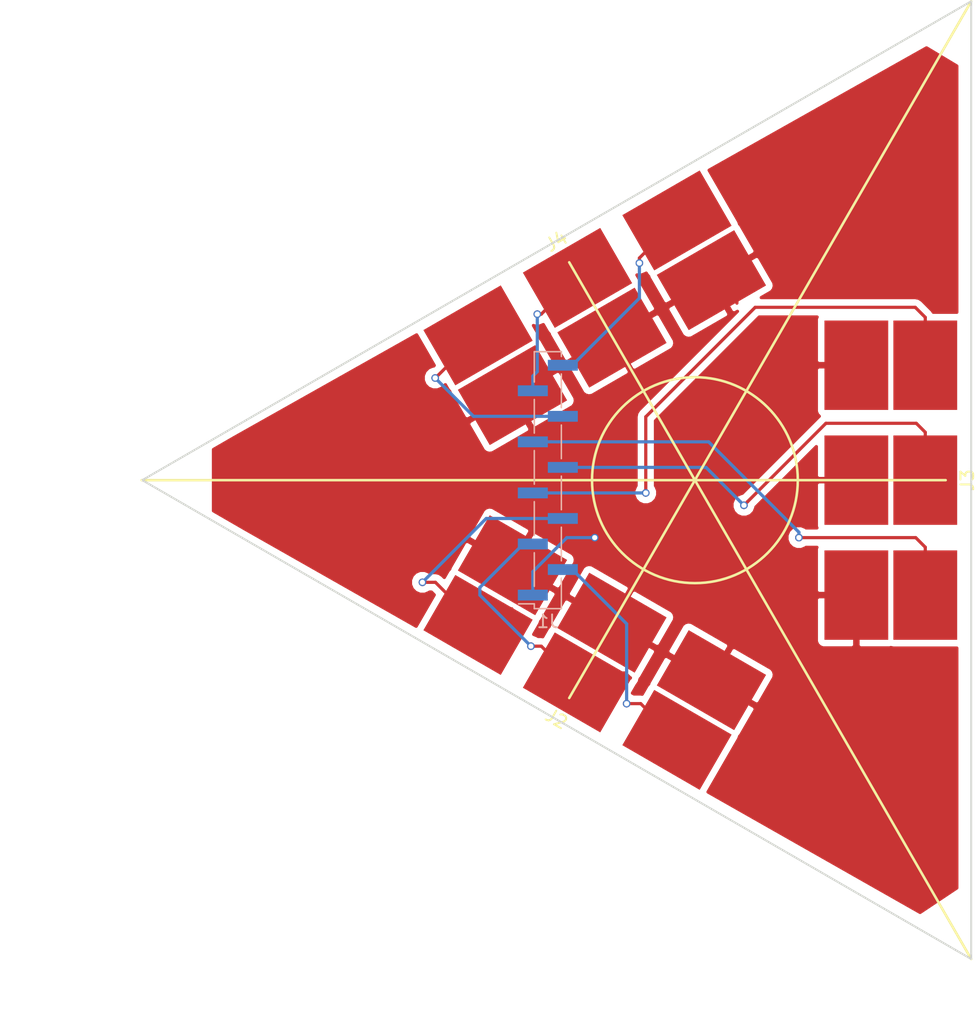
<source format=kicad_pcb>
(kicad_pcb (version 4) (host pcbnew 4.0.7-e2-6376~58~ubuntu14.04.1)

  (general
    (links 18)
    (no_connects 11)
    (area 44.973093 63.756536 127.243464 141.243464)
    (thickness 1.6)
    (drawings 14)
    (tracks 69)
    (zones 0)
    (modules 4)
    (nets 11)
  )

  (page A4)
  (layers
    (0 F.Cu signal)
    (31 B.Cu signal)
    (32 B.Adhes user)
    (33 F.Adhes user)
    (34 B.Paste user)
    (35 F.Paste user)
    (36 B.SilkS user)
    (37 F.SilkS user)
    (38 B.Mask user)
    (39 F.Mask user)
    (40 Dwgs.User user)
    (41 Cmts.User user)
    (42 Eco1.User user)
    (43 Eco2.User user)
    (44 Edge.Cuts user)
    (45 Margin user)
    (46 B.CrtYd user)
    (47 F.CrtYd user)
    (48 B.Fab user)
    (49 F.Fab user)
  )

  (setup
    (last_trace_width 0.25)
    (trace_clearance 0.2)
    (zone_clearance 0.508)
    (zone_45_only no)
    (trace_min 0.2)
    (segment_width 0.2)
    (edge_width 0.15)
    (via_size 0.6)
    (via_drill 0.4)
    (via_min_size 0.4)
    (via_min_drill 0.3)
    (uvia_size 0.3)
    (uvia_drill 0.1)
    (uvias_allowed no)
    (uvia_min_size 0.2)
    (uvia_min_drill 0.1)
    (pcb_text_width 0.3)
    (pcb_text_size 1.5 1.5)
    (mod_edge_width 0.15)
    (mod_text_size 1 1)
    (mod_text_width 0.15)
    (pad_size 5 10)
    (pad_drill 0)
    (pad_to_mask_clearance 0.2)
    (aux_axis_origin 0 0)
    (visible_elements FFFFFF7F)
    (pcbplotparams
      (layerselection 0x3ffff_80000001)
      (usegerberextensions false)
      (excludeedgelayer true)
      (linewidth 0.100000)
      (plotframeref false)
      (viasonmask false)
      (mode 1)
      (useauxorigin false)
      (hpglpennumber 1)
      (hpglpenspeed 20)
      (hpglpendiameter 15)
      (hpglpenoverlay 2)
      (psnegative false)
      (psa4output false)
      (plotreference true)
      (plotvalue true)
      (plotinvisibletext false)
      (padsonsilk false)
      (subtractmaskfromsilk false)
      (outputformat 1)
      (mirror false)
      (drillshape 0)
      (scaleselection 1)
      (outputdirectory gerber/))
  )

  (net 0 "")
  (net 1 "Net-(J1-Pad1)")
  (net 2 "Net-(J1-Pad2)")
  (net 3 "Net-(J1-Pad3)")
  (net 4 "Net-(J1-Pad4)")
  (net 5 "Net-(J1-Pad5)")
  (net 6 "Net-(J1-Pad6)")
  (net 7 "Net-(J1-Pad7)")
  (net 8 "Net-(J1-Pad8)")
  (net 9 "Net-(J1-Pad9)")
  (net 10 "Net-(J1-Pad10)")

  (net_class Default "This is the default net class."
    (clearance 0.2)
    (trace_width 0.25)
    (via_dia 0.6)
    (via_drill 0.4)
    (uvia_dia 0.3)
    (uvia_drill 0.1)
    (add_net "Net-(J1-Pad1)")
    (add_net "Net-(J1-Pad10)")
    (add_net "Net-(J1-Pad2)")
    (add_net "Net-(J1-Pad3)")
    (add_net "Net-(J1-Pad4)")
    (add_net "Net-(J1-Pad5)")
    (add_net "Net-(J1-Pad6)")
    (add_net "Net-(J1-Pad7)")
    (add_net "Net-(J1-Pad8)")
    (add_net "Net-(J1-Pad9)")
  )

  (module Pin_Headers:Pin_Header_Straight_1x10_Pitch2.00mm_SMD_Pin1Left (layer B.Cu) (tedit 59650533) (tstamp 5A85A3B3)
    (at 76.825 102.5)
    (descr "surface-mounted straight pin header, 1x10, 2.00mm pitch, single row, style 1 (pin 1 left)")
    (tags "Surface mounted pin header SMD 1x10 2.00mm single row style1 pin1 left")
    (path /5A8599AE)
    (attr smd)
    (fp_text reference J1 (at 0 11.06) (layer B.SilkS)
      (effects (font (size 1 1) (thickness 0.15)) (justify mirror))
    )
    (fp_text value Conn_02x05_Counter_Clockwise (at 0 -11.06) (layer B.Fab)
      (effects (font (size 1 1) (thickness 0.15)) (justify mirror))
    )
    (fp_line (start 1 -10) (end -1 -10) (layer B.Fab) (width 0.1))
    (fp_line (start -0.25 10) (end 1 10) (layer B.Fab) (width 0.1))
    (fp_line (start -1 -10) (end -1 9.25) (layer B.Fab) (width 0.1))
    (fp_line (start -1 9.25) (end -0.25 10) (layer B.Fab) (width 0.1))
    (fp_line (start 1 10) (end 1 -10) (layer B.Fab) (width 0.1))
    (fp_line (start -1 9.25) (end -2.1 9.25) (layer B.Fab) (width 0.1))
    (fp_line (start -2.1 9.25) (end -2.1 8.75) (layer B.Fab) (width 0.1))
    (fp_line (start -2.1 8.75) (end -1 8.75) (layer B.Fab) (width 0.1))
    (fp_line (start -1 5.25) (end -2.1 5.25) (layer B.Fab) (width 0.1))
    (fp_line (start -2.1 5.25) (end -2.1 4.75) (layer B.Fab) (width 0.1))
    (fp_line (start -2.1 4.75) (end -1 4.75) (layer B.Fab) (width 0.1))
    (fp_line (start -1 1.25) (end -2.1 1.25) (layer B.Fab) (width 0.1))
    (fp_line (start -2.1 1.25) (end -2.1 0.75) (layer B.Fab) (width 0.1))
    (fp_line (start -2.1 0.75) (end -1 0.75) (layer B.Fab) (width 0.1))
    (fp_line (start -1 -2.75) (end -2.1 -2.75) (layer B.Fab) (width 0.1))
    (fp_line (start -2.1 -2.75) (end -2.1 -3.25) (layer B.Fab) (width 0.1))
    (fp_line (start -2.1 -3.25) (end -1 -3.25) (layer B.Fab) (width 0.1))
    (fp_line (start -1 -6.75) (end -2.1 -6.75) (layer B.Fab) (width 0.1))
    (fp_line (start -2.1 -6.75) (end -2.1 -7.25) (layer B.Fab) (width 0.1))
    (fp_line (start -2.1 -7.25) (end -1 -7.25) (layer B.Fab) (width 0.1))
    (fp_line (start 1 7.25) (end 2.1 7.25) (layer B.Fab) (width 0.1))
    (fp_line (start 2.1 7.25) (end 2.1 6.75) (layer B.Fab) (width 0.1))
    (fp_line (start 2.1 6.75) (end 1 6.75) (layer B.Fab) (width 0.1))
    (fp_line (start 1 3.25) (end 2.1 3.25) (layer B.Fab) (width 0.1))
    (fp_line (start 2.1 3.25) (end 2.1 2.75) (layer B.Fab) (width 0.1))
    (fp_line (start 2.1 2.75) (end 1 2.75) (layer B.Fab) (width 0.1))
    (fp_line (start 1 -0.75) (end 2.1 -0.75) (layer B.Fab) (width 0.1))
    (fp_line (start 2.1 -0.75) (end 2.1 -1.25) (layer B.Fab) (width 0.1))
    (fp_line (start 2.1 -1.25) (end 1 -1.25) (layer B.Fab) (width 0.1))
    (fp_line (start 1 -4.75) (end 2.1 -4.75) (layer B.Fab) (width 0.1))
    (fp_line (start 2.1 -4.75) (end 2.1 -5.25) (layer B.Fab) (width 0.1))
    (fp_line (start 2.1 -5.25) (end 1 -5.25) (layer B.Fab) (width 0.1))
    (fp_line (start 1 -8.75) (end 2.1 -8.75) (layer B.Fab) (width 0.1))
    (fp_line (start 2.1 -8.75) (end 2.1 -9.25) (layer B.Fab) (width 0.1))
    (fp_line (start 2.1 -9.25) (end 1 -9.25) (layer B.Fab) (width 0.1))
    (fp_line (start -1.06 10.06) (end 1.06 10.06) (layer B.SilkS) (width 0.12))
    (fp_line (start -1.06 -10.06) (end 1.06 -10.06) (layer B.SilkS) (width 0.12))
    (fp_line (start 1.06 10.06) (end 1.06 7.685) (layer B.SilkS) (width 0.12))
    (fp_line (start -1.06 9.685) (end -2.29 9.685) (layer B.SilkS) (width 0.12))
    (fp_line (start -1.06 10.06) (end -1.06 9.685) (layer B.SilkS) (width 0.12))
    (fp_line (start 1.06 -9.685) (end 1.06 -10.06) (layer B.SilkS) (width 0.12))
    (fp_line (start 1.06 6.315) (end 1.06 3.685) (layer B.SilkS) (width 0.12))
    (fp_line (start 1.06 2.315) (end 1.06 -0.315) (layer B.SilkS) (width 0.12))
    (fp_line (start 1.06 -1.685) (end 1.06 -4.315) (layer B.SilkS) (width 0.12))
    (fp_line (start 1.06 -5.685) (end 1.06 -8.315) (layer B.SilkS) (width 0.12))
    (fp_line (start -1.06 8.315) (end -1.06 5.685) (layer B.SilkS) (width 0.12))
    (fp_line (start -1.06 4.315) (end -1.06 1.685) (layer B.SilkS) (width 0.12))
    (fp_line (start -1.06 0.315) (end -1.06 -2.315) (layer B.SilkS) (width 0.12))
    (fp_line (start -1.06 -3.685) (end -1.06 -6.315) (layer B.SilkS) (width 0.12))
    (fp_line (start -1.06 -7.685) (end -1.06 -10.06) (layer B.SilkS) (width 0.12))
    (fp_line (start -2.85 10.5) (end -2.85 -10.5) (layer B.CrtYd) (width 0.05))
    (fp_line (start -2.85 -10.5) (end 2.85 -10.5) (layer B.CrtYd) (width 0.05))
    (fp_line (start 2.85 -10.5) (end 2.85 10.5) (layer B.CrtYd) (width 0.05))
    (fp_line (start 2.85 10.5) (end -2.85 10.5) (layer B.CrtYd) (width 0.05))
    (fp_text user %R (at 0 0 270) (layer B.Fab)
      (effects (font (size 1 1) (thickness 0.15)) (justify mirror))
    )
    (pad 1 smd rect (at -1.175 9) (size 2.35 0.85) (layers B.Cu B.Paste B.Mask)
      (net 1 "Net-(J1-Pad1)"))
    (pad 3 smd rect (at -1.175 5) (size 2.35 0.85) (layers B.Cu B.Paste B.Mask)
      (net 3 "Net-(J1-Pad3)"))
    (pad 5 smd rect (at -1.175 1) (size 2.35 0.85) (layers B.Cu B.Paste B.Mask)
      (net 5 "Net-(J1-Pad5)"))
    (pad 7 smd rect (at -1.175 -3) (size 2.35 0.85) (layers B.Cu B.Paste B.Mask)
      (net 7 "Net-(J1-Pad7)"))
    (pad 9 smd rect (at -1.175 -7) (size 2.35 0.85) (layers B.Cu B.Paste B.Mask)
      (net 9 "Net-(J1-Pad9)"))
    (pad 2 smd rect (at 1.175 7) (size 2.35 0.85) (layers B.Cu B.Paste B.Mask)
      (net 2 "Net-(J1-Pad2)"))
    (pad 4 smd rect (at 1.175 3) (size 2.35 0.85) (layers B.Cu B.Paste B.Mask)
      (net 4 "Net-(J1-Pad4)"))
    (pad 6 smd rect (at 1.175 -1) (size 2.35 0.85) (layers B.Cu B.Paste B.Mask)
      (net 6 "Net-(J1-Pad6)"))
    (pad 8 smd rect (at 1.175 -5) (size 2.35 0.85) (layers B.Cu B.Paste B.Mask)
      (net 8 "Net-(J1-Pad8)"))
    (pad 10 smd rect (at 1.175 -9) (size 2.35 0.85) (layers B.Cu B.Paste B.Mask)
      (net 10 "Net-(J1-Pad10)"))
    (model ${KISYS3DMOD}/Pin_Headers.3dshapes/Pin_Header_Straight_1x10_Pitch2.00mm_SMD_Pin1Left.wrl
      (at (xyz 0 0 0))
      (scale (xyz 1 1 1))
      (rotate (xyz 0 0 0))
    )
  )

  (module virus:detector_pad_6 (layer F.Cu) (tedit 5A86A488) (tstamp 5A86A9C9)
    (at 80.5 89 30)
    (path /5A86ADC5)
    (attr smd)
    (fp_text reference J4 (at 0 -6 30) (layer F.SilkS)
      (effects (font (size 1 1) (thickness 0.15)))
    )
    (fp_text value Conn_01x06 (at 0 6 30) (layer F.Fab)
      (effects (font (size 1 1) (thickness 0.15)))
    )
    (pad 1 smd rect (at -9 -2.7 30) (size 7 5) (layers F.Cu F.Paste F.Mask)
      (net 8 "Net-(J1-Pad8)"))
    (pad 2 smd rect (at -9 2.7 30) (size 7 5) (layers F.Cu F.Paste F.Mask)
      (net 1 "Net-(J1-Pad1)"))
    (pad 3 smd rect (at 0 -2.7 30) (size 7 5) (layers F.Cu F.Paste F.Mask)
      (net 9 "Net-(J1-Pad9)"))
    (pad 4 smd rect (at 0 2.7 30) (size 7 5) (layers F.Cu F.Paste F.Mask)
      (net 1 "Net-(J1-Pad1)"))
    (pad 5 smd rect (at 9 -2.7 30) (size 7 5) (layers F.Cu F.Paste F.Mask)
      (net 10 "Net-(J1-Pad10)"))
    (pad 6 smd rect (at 9 2.7 30) (size 7 5) (layers F.Cu F.Paste F.Mask)
      (net 1 "Net-(J1-Pad1)"))
    (model SMD_Packages.3dshapes/Fuse_SMD.wrl
      (at (xyz 0 0 0))
      (scale (xyz 0.4 0.4 0.4))
      (rotate (xyz 0 0 90))
    )
  )

  (module virus:detector_pad_6 (layer F.Cu) (tedit 5A86A488) (tstamp 5A86A9C0)
    (at 103.7 102.5 270)
    (path /5A86AD7C)
    (attr smd)
    (fp_text reference J3 (at 0 -6 270) (layer F.SilkS)
      (effects (font (size 1 1) (thickness 0.15)))
    )
    (fp_text value Conn_01x06 (at 0 6 270) (layer F.Fab)
      (effects (font (size 1 1) (thickness 0.15)))
    )
    (pad 1 smd rect (at -9 -2.7 270) (size 7 5) (layers F.Cu F.Paste F.Mask)
      (net 5 "Net-(J1-Pad5)"))
    (pad 2 smd rect (at -9 2.7 270) (size 7 5) (layers F.Cu F.Paste F.Mask)
      (net 1 "Net-(J1-Pad1)"))
    (pad 3 smd rect (at 0 -2.7 270) (size 7 5) (layers F.Cu F.Paste F.Mask)
      (net 6 "Net-(J1-Pad6)"))
    (pad 4 smd rect (at 0 2.7 270) (size 7 5) (layers F.Cu F.Paste F.Mask)
      (net 1 "Net-(J1-Pad1)"))
    (pad 5 smd rect (at 9 -2.7 270) (size 7 5) (layers F.Cu F.Paste F.Mask)
      (net 7 "Net-(J1-Pad7)"))
    (pad 6 smd rect (at 9 2.7 270) (size 7 5) (layers F.Cu F.Paste F.Mask)
      (net 1 "Net-(J1-Pad1)"))
    (model SMD_Packages.3dshapes/Fuse_SMD.wrl
      (at (xyz 0 0 0))
      (scale (xyz 0.4 0.4 0.4))
      (rotate (xyz 0 0 90))
    )
  )

  (module virus:detector_pad_6 (layer F.Cu) (tedit 5A86A488) (tstamp 5A86A9B7)
    (at 80.5 116 150)
    (path /5A86AABC)
    (attr smd)
    (fp_text reference J2 (at 0 -6 150) (layer F.SilkS)
      (effects (font (size 1 1) (thickness 0.15)))
    )
    (fp_text value Conn_01x06 (at 0 6 150) (layer F.Fab)
      (effects (font (size 1 1) (thickness 0.15)))
    )
    (pad 1 smd rect (at -9 -2.7 150) (size 7 5) (layers F.Cu F.Paste F.Mask)
      (net 2 "Net-(J1-Pad2)"))
    (pad 2 smd rect (at -9 2.7 150) (size 7 5) (layers F.Cu F.Paste F.Mask)
      (net 1 "Net-(J1-Pad1)"))
    (pad 3 smd rect (at 0 -2.7 150) (size 7 5) (layers F.Cu F.Paste F.Mask)
      (net 3 "Net-(J1-Pad3)"))
    (pad 4 smd rect (at 0 2.7 150) (size 7 5) (layers F.Cu F.Paste F.Mask)
      (net 1 "Net-(J1-Pad1)"))
    (pad 5 smd rect (at 9 -2.7 150) (size 7 5) (layers F.Cu F.Paste F.Mask)
      (net 4 "Net-(J1-Pad4)"))
    (pad 6 smd rect (at 9 2.7 150) (size 7 5) (layers F.Cu F.Paste F.Mask)
      (net 1 "Net-(J1-Pad1)"))
    (model SMD_Packages.3dshapes/Fuse_SMD.wrl
      (at (xyz 0 0 0))
      (scale (xyz 0.4 0.4 0.4))
      (rotate (xyz 0 0 90))
    )
  )

  (gr_line (start 45.909369 102.002743) (end 45.048094 102.5) (layer Edge.Cuts) (width 0.15) (tstamp 5A86D4E6))
  (gr_line (start 78.5 85.4404) (end 110 140) (layer F.SilkS) (width 0.2))
  (gr_line (start 110 65) (end 78.5 119.5596) (layer F.SilkS) (width 0.2))
  (gr_line (start 45 102.5) (end 108 102.5) (layer F.SilkS) (width 0.2))
  (gr_circle (center 88.35 102.5) (end 95.35 106.5) (layer F.SilkS) (width 0.2))
  (gr_line (start 110 65) (end 45.909369 102.002743) (layer Edge.Cuts) (width 0.15))
  (gr_line (start 110 140) (end 45.048094 102.5) (layer Edge.Cuts) (width 0.15))
  (gr_line (start 110 65) (end 110 140) (layer Edge.Cuts) (width 0.15))
  (gr_line (start 110 140) (end 45.048094 102.5) (layer Eco1.User) (width 0.2))
  (gr_line (start 35 110) (end 34 110) (layer Eco1.User) (width 0.2))
  (gr_line (start 110 145) (end 110 144) (layer Eco1.User) (width 0.2))
  (gr_line (start 110 143) (end 110 145) (layer Eco1.User) (width 0.2))
  (gr_line (start 110 130) (end 110 143) (layer Eco1.User) (width 0.2))
  (gr_line (start 110 130) (end 110 65) (layer Eco1.User) (width 0.2))

  (segment (start 75.65 111.5) (end 75.65 109.664998) (width 0.25) (layer B.Cu) (net 1))
  (segment (start 75.65 109.664998) (end 78.314998 107) (width 0.25) (layer B.Cu) (net 1))
  (segment (start 78.314998 107) (end 80.5 107) (width 0.25) (layer B.Cu) (net 1))
  (via (at 80.5 107) (size 0.6) (drill 0.4) (layers F.Cu B.Cu) (net 1))
  (segment (start 91.64 88.64) (end 91.64 87.572614) (width 0.25) (layer F.Cu) (net 1))
  (segment (start 100.23 112.9) (end 100.33 113) (width 0.25) (layer F.Cu) (net 1))
  (segment (start 100.33 102.77) (end 100.23 102.87) (width 0.25) (layer F.Cu) (net 1))
  (segment (start 83 120) (end 83 113.75) (width 0.25) (layer B.Cu) (net 2))
  (segment (start 83 113.75) (end 78.75 109.5) (width 0.25) (layer B.Cu) (net 2))
  (segment (start 78.75 109.5) (end 78 109.5) (width 0.25) (layer B.Cu) (net 2))
  (segment (start 86.944229 122.838269) (end 84.10596 120) (width 0.25) (layer F.Cu) (net 2))
  (segment (start 84.10596 120) (end 83 120) (width 0.25) (layer F.Cu) (net 2))
  (via (at 83 120) (size 0.6) (drill 0.4) (layers F.Cu B.Cu) (net 2))
  (segment (start 75.5 115.5) (end 71.5 111.5) (width 0.25) (layer B.Cu) (net 3))
  (segment (start 71.5 111.5) (end 71.5 110.9) (width 0.25) (layer B.Cu) (net 3))
  (segment (start 71.5 110.9) (end 74.9 107.5) (width 0.25) (layer B.Cu) (net 3))
  (segment (start 74.9 107.5) (end 75.65 107.5) (width 0.25) (layer B.Cu) (net 3))
  (segment (start 79.15 118.338269) (end 76.311731 115.5) (width 0.25) (layer F.Cu) (net 3))
  (segment (start 76.311731 115.5) (end 75.5 115.5) (width 0.25) (layer F.Cu) (net 3))
  (via (at 75.5 115.5) (size 0.6) (drill 0.4) (layers F.Cu B.Cu) (net 3))
  (segment (start 79.91 117.602614) (end 82.896751 117.602614) (width 0.25) (layer F.Cu) (net 3))
  (segment (start 82.896751 117.602614) (end 83.294137 118) (width 0.25) (layer F.Cu) (net 3))
  (segment (start 67 110.5) (end 72 105.5) (width 0.25) (layer B.Cu) (net 4))
  (segment (start 72 105.5) (end 78 105.5) (width 0.25) (layer B.Cu) (net 4))
  (segment (start 71.355771 113.838269) (end 68.017502 110.5) (width 0.25) (layer F.Cu) (net 4))
  (segment (start 68.017502 110.5) (end 67 110.5) (width 0.25) (layer F.Cu) (net 4))
  (via (at 67 110.5) (size 0.6) (drill 0.4) (layers F.Cu B.Cu) (net 4))
  (segment (start 71.02 112.572614) (end 74.006751 112.572614) (width 0.25) (layer F.Cu) (net 4))
  (segment (start 106.4 93.5) (end 106.4 89.75) (width 0.25) (layer F.Cu) (net 5))
  (segment (start 93.075723 88.964249) (end 84.5 97.539972) (width 0.25) (layer F.Cu) (net 5))
  (segment (start 106.4 89.75) (end 105.614249 88.964249) (width 0.25) (layer F.Cu) (net 5))
  (segment (start 105.614249 88.964249) (end 93.075723 88.964249) (width 0.25) (layer F.Cu) (net 5))
  (segment (start 84.5 97.539972) (end 84.5 103.5) (width 0.25) (layer F.Cu) (net 5))
  (segment (start 84.5 103.5) (end 75.65 103.5) (width 0.25) (layer B.Cu) (net 5))
  (via (at 84.5 103.5) (size 0.6) (drill 0.4) (layers F.Cu B.Cu) (net 5))
  (segment (start 89.222273 101.5) (end 91.891699 104.169426) (width 0.25) (layer B.Cu) (net 6))
  (segment (start 98.612882 98.048241) (end 92.491697 104.169426) (width 0.25) (layer F.Cu) (net 6))
  (segment (start 106.4 98.75) (end 105.698241 98.048241) (width 0.25) (layer F.Cu) (net 6))
  (segment (start 106.4 102.5) (end 106.4 98.75) (width 0.25) (layer F.Cu) (net 6))
  (segment (start 78 101.5) (end 89.222273 101.5) (width 0.25) (layer B.Cu) (net 6))
  (segment (start 92.491697 104.169426) (end 92.191698 104.469425) (width 0.25) (layer F.Cu) (net 6))
  (via (at 92.191698 104.469425) (size 0.6) (drill 0.4) (layers F.Cu B.Cu) (net 6))
  (segment (start 91.891699 104.169426) (end 92.191698 104.469425) (width 0.25) (layer B.Cu) (net 6))
  (segment (start 105.698241 98.048241) (end 98.612882 98.048241) (width 0.25) (layer F.Cu) (net 6))
  (segment (start 89.424264 99.5) (end 77.075 99.5) (width 0.25) (layer B.Cu) (net 7))
  (segment (start 96.5 107) (end 96.5 106.575736) (width 0.25) (layer B.Cu) (net 7))
  (segment (start 77.075 99.5) (end 75.65 99.5) (width 0.25) (layer B.Cu) (net 7))
  (segment (start 96.5 106.575736) (end 89.424264 99.5) (width 0.25) (layer B.Cu) (net 7))
  (segment (start 106.4 111.5) (end 106.4 107.75) (width 0.25) (layer F.Cu) (net 7))
  (segment (start 106.4 107.75) (end 105.65 107) (width 0.25) (layer F.Cu) (net 7))
  (segment (start 105.65 107) (end 96.5 107) (width 0.25) (layer F.Cu) (net 7))
  (via (at 96.5 107) (size 0.6) (drill 0.4) (layers F.Cu B.Cu) (net 7))
  (segment (start 68 94.5) (end 71 97.5) (width 0.25) (layer B.Cu) (net 8))
  (segment (start 71 97.5) (end 78 97.5) (width 0.25) (layer B.Cu) (net 8))
  (segment (start 71.355771 91.161731) (end 68.017502 94.5) (width 0.25) (layer F.Cu) (net 8))
  (segment (start 68.017502 94.5) (end 68 94.5) (width 0.25) (layer F.Cu) (net 8))
  (via (at 68 94.5) (size 0.6) (drill 0.4) (layers F.Cu B.Cu) (net 8))
  (segment (start 76 94) (end 75.65 94.35) (width 0.25) (layer B.Cu) (net 9))
  (segment (start 75.65 94.35) (end 75.65 95.5) (width 0.25) (layer B.Cu) (net 9))
  (segment (start 76 89.5) (end 76 94) (width 0.25) (layer B.Cu) (net 9))
  (segment (start 79.15 86.661731) (end 76.311731 89.5) (width 0.25) (layer F.Cu) (net 9))
  (segment (start 76.311731 89.5) (end 76 89.5) (width 0.25) (layer F.Cu) (net 9))
  (via (at 76 89.5) (size 0.6) (drill 0.4) (layers F.Cu B.Cu) (net 9))
  (segment (start 84 85.5) (end 84 88.25) (width 0.25) (layer B.Cu) (net 10))
  (segment (start 84 88.25) (end 78.75 93.5) (width 0.25) (layer B.Cu) (net 10))
  (segment (start 78.75 93.5) (end 78 93.5) (width 0.25) (layer B.Cu) (net 10))
  (segment (start 86.944229 82.161731) (end 84 85.10596) (width 0.25) (layer F.Cu) (net 10))
  (segment (start 84 85.10596) (end 84 85.5) (width 0.25) (layer F.Cu) (net 10))
  (via (at 84 85.5) (size 0.6) (drill 0.4) (layers F.Cu B.Cu) (net 10))

  (zone (net 1) (net_name "Net-(J1-Pad1)") (layer F.Cu) (tstamp 0) (hatch edge 0.508)
    (priority 1)
    (connect_pads (clearance 0.508))
    (min_thickness 0.254)
    (fill yes (arc_segments 16) (thermal_gap 0.508) (thermal_bridge_width 0.508))
    (polygon
      (pts
        (xy 109 134.5) (xy 106 136.5) (xy 50.5 105) (xy 50.5 100) (xy 106.5 68.5)
        (xy 109 70) (xy 109 102.5)
      )
    )
    (filled_polygon
      (pts
        (xy 108.873 70.071907) (xy 108.873 89.35256) (xy 107.03092 89.35256) (xy 106.937401 89.212599) (xy 106.15165 88.426848)
        (xy 105.905088 88.262101) (xy 105.614249 88.204249) (xy 93.548283 88.204249) (xy 94.352205 87.740104) (xy 94.505989 87.539688)
        (xy 94.571372 87.295677) (xy 94.538399 87.04522) (xy 94.41209 86.826446) (xy 93.368119 85.018236) (xy 93.151263 84.960129)
        (xy 89.817714 86.884754) (xy 91.242339 89.352277) (xy 91.459196 89.410384) (xy 91.685364 89.279806) (xy 83.962599 97.002571)
        (xy 83.797852 97.249133) (xy 83.74 97.539972) (xy 83.74 102.937537) (xy 83.707808 102.969673) (xy 83.565162 103.313201)
        (xy 83.564838 103.685167) (xy 83.706883 104.028943) (xy 83.969673 104.292192) (xy 84.313201 104.434838) (xy 84.685167 104.435162)
        (xy 85.028943 104.293117) (xy 85.292192 104.030327) (xy 85.434838 103.686799) (xy 85.435162 103.314833) (xy 85.293117 102.971057)
        (xy 85.26 102.937882) (xy 85.26 97.854774) (xy 93.390525 89.724249) (xy 97.926901 89.724249) (xy 97.865 89.873691)
        (xy 97.865 93.21425) (xy 98.02375 93.373) (xy 100.873 93.373) (xy 100.873 93.353) (xy 101.127 93.353)
        (xy 101.127 93.373) (xy 101.147 93.373) (xy 101.147 93.627) (xy 101.127 93.627) (xy 101.127 93.647)
        (xy 100.873 93.647) (xy 100.873 93.627) (xy 98.02375 93.627) (xy 97.865 93.78575) (xy 97.865 97.126309)
        (xy 97.961673 97.359698) (xy 98.097861 97.495886) (xy 98.075481 97.51084) (xy 92.052018 103.534303) (xy 92.006531 103.534263)
        (xy 91.662755 103.676308) (xy 91.399506 103.939098) (xy 91.25686 104.282626) (xy 91.256536 104.654592) (xy 91.398581 104.998368)
        (xy 91.661371 105.261617) (xy 92.004899 105.404263) (xy 92.376865 105.404587) (xy 92.720641 105.262542) (xy 92.98389 104.999752)
        (xy 93.126536 104.656224) (xy 93.126577 104.609348) (xy 97.865 99.870925) (xy 97.865 102.21425) (xy 98.02375 102.373)
        (xy 100.873 102.373) (xy 100.873 102.353) (xy 101.127 102.353) (xy 101.127 102.373) (xy 101.147 102.373)
        (xy 101.147 102.627) (xy 101.127 102.627) (xy 101.127 102.647) (xy 100.873 102.647) (xy 100.873 102.627)
        (xy 98.02375 102.627) (xy 97.865 102.78575) (xy 97.865 106.126309) (xy 97.912092 106.24) (xy 97.062463 106.24)
        (xy 97.030327 106.207808) (xy 96.686799 106.065162) (xy 96.314833 106.064838) (xy 95.971057 106.206883) (xy 95.707808 106.469673)
        (xy 95.565162 106.813201) (xy 95.564838 107.185167) (xy 95.706883 107.528943) (xy 95.969673 107.792192) (xy 96.313201 107.934838)
        (xy 96.685167 107.935162) (xy 97.028943 107.793117) (xy 97.062118 107.76) (xy 97.912092 107.76) (xy 97.865 107.873691)
        (xy 97.865 111.21425) (xy 98.02375 111.373) (xy 100.873 111.373) (xy 100.873 111.353) (xy 101.127 111.353)
        (xy 101.127 111.373) (xy 101.147 111.373) (xy 101.147 111.627) (xy 101.127 111.627) (xy 101.127 115.47625)
        (xy 101.28575 115.635) (xy 103.62631 115.635) (xy 103.696007 115.60613) (xy 103.9 115.64744) (xy 108.873 115.64744)
        (xy 108.873 134.432032) (xy 105.994649 136.350933) (xy 89.377075 126.919337) (xy 91.786018 122.746925) (xy 91.85641 122.546406)
        (xy 91.912089 122.503682) (xy 92.038399 122.284908) (xy 93.082369 120.476698) (xy 93.024263 120.259841) (xy 89.690714 118.335216)
        (xy 89.680714 118.352537) (xy 89.460744 118.225537) (xy 89.470744 118.208216) (xy 89.309716 118.115246) (xy 89.817714 118.115246)
        (xy 93.151263 120.039871) (xy 93.368119 119.981764) (xy 94.41209 118.173554) (xy 94.538399 117.95478) (xy 94.571372 117.704323)
        (xy 94.505989 117.460312) (xy 94.352205 117.259896) (xy 91.459196 115.589616) (xy 91.242339 115.647723) (xy 89.817714 118.115246)
        (xy 89.309716 118.115246) (xy 86.137195 116.283591) (xy 85.920339 116.341698) (xy 84.876368 118.149908) (xy 84.750059 118.368682)
        (xy 84.740212 118.443477) (xy 84.60244 118.599485) (xy 84.219589 119.262602) (xy 84.10596 119.24) (xy 83.562463 119.24)
        (xy 83.530327 119.207808) (xy 83.455066 119.176557) (xy 83.8194 118.545511) (xy 83.831538 118.537401) (xy 83.996285 118.29084)
        (xy 84.02232 118.159954) (xy 84.062181 118.046406) (xy 84.11786 118.003682) (xy 84.24417 117.784908) (xy 85.28814 115.976698)
        (xy 85.253325 115.846764) (xy 86.206089 115.846764) (xy 86.264195 116.063621) (xy 89.597744 117.988246) (xy 91.022369 115.520723)
        (xy 90.964262 115.303866) (xy 88.071253 113.633587) (xy 87.820796 113.600614) (xy 87.576785 113.665996) (xy 87.376369 113.81978)
        (xy 87.250059 114.038554) (xy 86.206089 115.846764) (xy 85.253325 115.846764) (xy 85.230034 115.759841) (xy 81.896485 113.835216)
        (xy 81.886485 113.852537) (xy 81.666515 113.725537) (xy 81.676515 113.708216) (xy 81.515487 113.615246) (xy 82.023485 113.615246)
        (xy 85.357034 115.539871) (xy 85.57389 115.481764) (xy 86.617861 113.673554) (xy 86.74417 113.45478) (xy 86.777143 113.204323)
        (xy 86.71176 112.960312) (xy 86.557976 112.759896) (xy 84.870707 111.78575) (xy 97.865 111.78575) (xy 97.865 115.126309)
        (xy 97.961673 115.359698) (xy 98.140301 115.538327) (xy 98.37369 115.635) (xy 100.71425 115.635) (xy 100.873 115.47625)
        (xy 100.873 111.627) (xy 98.02375 111.627) (xy 97.865 111.78575) (xy 84.870707 111.78575) (xy 83.664967 111.089616)
        (xy 83.44811 111.147723) (xy 82.023485 113.615246) (xy 81.515487 113.615246) (xy 78.342966 111.783591) (xy 78.12611 111.841698)
        (xy 77.082139 113.649908) (xy 76.95583 113.868682) (xy 76.945983 113.943477) (xy 76.808211 114.099485) (xy 76.42536 114.762602)
        (xy 76.311731 114.74) (xy 76.062463 114.74) (xy 76.030327 114.707808) (xy 75.717734 114.578008) (xy 76.19756 113.746925)
        (xy 76.267952 113.546406) (xy 76.323631 113.503682) (xy 76.449941 113.284908) (xy 77.493911 111.476698) (xy 77.459096 111.346764)
        (xy 78.41186 111.346764) (xy 78.469966 111.563621) (xy 81.803515 113.488246) (xy 83.22814 111.020723) (xy 83.170033 110.803866)
        (xy 80.277024 109.133587) (xy 80.026567 109.100614) (xy 79.782556 109.165996) (xy 79.58214 109.31978) (xy 79.45583 109.538554)
        (xy 78.41186 111.346764) (xy 77.459096 111.346764) (xy 77.435805 111.259841) (xy 74.102256 109.335216) (xy 74.092256 109.352537)
        (xy 73.872286 109.225537) (xy 73.882286 109.208216) (xy 73.721258 109.115246) (xy 74.229256 109.115246) (xy 77.562805 111.039871)
        (xy 77.779661 110.981764) (xy 78.823632 109.173554) (xy 78.949941 108.95478) (xy 78.982914 108.704323) (xy 78.917531 108.460312)
        (xy 78.763747 108.259896) (xy 75.870738 106.589616) (xy 75.653881 106.647723) (xy 74.229256 109.115246) (xy 73.721258 109.115246)
        (xy 70.548737 107.283591) (xy 70.331881 107.341698) (xy 69.28791 109.149908) (xy 69.161601 109.368682) (xy 69.151754 109.443477)
        (xy 69.013982 109.599485) (xy 68.713039 110.120735) (xy 68.554903 109.962599) (xy 68.308341 109.797852) (xy 68.017502 109.74)
        (xy 67.562463 109.74) (xy 67.530327 109.707808) (xy 67.186799 109.565162) (xy 66.814833 109.564838) (xy 66.471057 109.706883)
        (xy 66.207808 109.969673) (xy 66.065162 110.313201) (xy 66.064838 110.685167) (xy 66.206883 111.028943) (xy 66.469673 111.292192)
        (xy 66.813201 111.434838) (xy 67.185167 111.435162) (xy 67.528943 111.293117) (xy 67.562118 111.26) (xy 67.7027 111.26)
        (xy 67.926229 111.483529) (xy 66.513982 113.929613) (xy 66.510067 113.940765) (xy 54.011113 106.846764) (xy 70.617631 106.846764)
        (xy 70.675737 107.063621) (xy 74.009286 108.988246) (xy 75.433911 106.520723) (xy 75.375804 106.303866) (xy 72.482795 104.633587)
        (xy 72.232338 104.600614) (xy 71.988327 104.665996) (xy 71.787911 104.81978) (xy 71.661601 105.038554) (xy 70.617631 106.846764)
        (xy 54.011113 106.846764) (xy 53.172862 106.371) (xy 50.627 104.901146) (xy 50.627 100.098855) (xy 52.282163 99.143246)
        (xy 54.04218 98.153236) (xy 70.617631 98.153236) (xy 71.661601 99.961446) (xy 71.787911 100.18022) (xy 71.988327 100.334004)
        (xy 72.232338 100.399386) (xy 72.482795 100.366413) (xy 75.375804 98.696134) (xy 75.433911 98.479277) (xy 74.009286 96.011754)
        (xy 70.675737 97.936379) (xy 70.617631 98.153236) (xy 54.04218 98.153236) (xy 66.543382 91.12131) (xy 67.926229 93.516471)
        (xy 67.877807 93.564893) (xy 67.814833 93.564838) (xy 67.471057 93.706883) (xy 67.207808 93.969673) (xy 67.065162 94.313201)
        (xy 67.064838 94.685167) (xy 67.206883 95.028943) (xy 67.469673 95.292192) (xy 67.813201 95.434838) (xy 68.185167 95.435162)
        (xy 68.528943 95.293117) (xy 68.792192 95.030327) (xy 68.795565 95.022205) (xy 69.013982 95.400515) (xy 69.15244 95.561735)
        (xy 69.161601 95.631318) (xy 69.28791 95.850092) (xy 70.331881 97.658302) (xy 70.548737 97.716409) (xy 73.721257 95.884754)
        (xy 74.229256 95.884754) (xy 75.653881 98.352277) (xy 75.870738 98.410384) (xy 78.763747 96.740104) (xy 78.917531 96.539688)
        (xy 78.982914 96.295677) (xy 78.949941 96.04522) (xy 78.823632 95.826446) (xy 77.779661 94.018236) (xy 77.562805 93.960129)
        (xy 74.229256 95.884754) (xy 73.721257 95.884754) (xy 73.882286 95.791784) (xy 73.872286 95.774463) (xy 74.092256 95.647463)
        (xy 74.102256 95.664784) (xy 77.435805 93.740159) (xy 77.459095 93.653236) (xy 78.41186 93.653236) (xy 79.45583 95.461446)
        (xy 79.58214 95.68022) (xy 79.782556 95.834004) (xy 80.026567 95.899386) (xy 80.277024 95.866413) (xy 83.170033 94.196134)
        (xy 83.22814 93.979277) (xy 81.803515 91.511754) (xy 78.469966 93.436379) (xy 78.41186 93.653236) (xy 77.459095 93.653236)
        (xy 77.493911 93.523302) (xy 76.449941 91.715092) (xy 76.323631 91.496318) (xy 76.263781 91.450393) (xy 76.19756 91.253075)
        (xy 75.697385 90.386747) (xy 75.813201 90.434838) (xy 76.185167 90.435162) (xy 76.471284 90.316941) (xy 76.808211 90.900515)
        (xy 76.946669 91.061735) (xy 76.95583 91.131318) (xy 77.082139 91.350092) (xy 78.12611 93.158302) (xy 78.342966 93.216409)
        (xy 81.515486 91.384754) (xy 82.023485 91.384754) (xy 83.44811 93.852277) (xy 83.664967 93.910384) (xy 86.557976 92.240104)
        (xy 86.71176 92.039688) (xy 86.777143 91.795677) (xy 86.74417 91.54522) (xy 86.617861 91.326446) (xy 85.57389 89.518236)
        (xy 85.357034 89.460129) (xy 82.023485 91.384754) (xy 81.515486 91.384754) (xy 81.676515 91.291784) (xy 81.666515 91.274463)
        (xy 81.886485 91.147463) (xy 81.896485 91.164784) (xy 85.230034 89.240159) (xy 85.253324 89.153236) (xy 86.206089 89.153236)
        (xy 87.250059 90.961446) (xy 87.376369 91.18022) (xy 87.576785 91.334004) (xy 87.820796 91.399386) (xy 88.071253 91.366413)
        (xy 90.964262 89.696134) (xy 91.022369 89.479277) (xy 89.597744 87.011754) (xy 86.264195 88.936379) (xy 86.206089 89.153236)
        (xy 85.253324 89.153236) (xy 85.28814 89.023302) (xy 84.24417 87.215092) (xy 84.11786 86.996318) (xy 84.05801 86.950393)
        (xy 83.991789 86.753075) (xy 83.806432 86.432027) (xy 83.813201 86.434838) (xy 84.185167 86.435162) (xy 84.528943 86.293117)
        (xy 84.536232 86.28584) (xy 84.60244 86.400515) (xy 84.740898 86.561735) (xy 84.750059 86.631318) (xy 84.876368 86.850092)
        (xy 85.920339 88.658302) (xy 86.137195 88.716409) (xy 89.470744 86.791784) (xy 89.460744 86.774463) (xy 89.680714 86.647463)
        (xy 89.690714 86.664784) (xy 93.024263 84.740159) (xy 93.082369 84.523302) (xy 92.038399 82.715092) (xy 91.912089 82.496318)
        (xy 91.852239 82.450393) (xy 91.786018 82.253075) (xy 89.462798 78.229139) (xy 106.497941 68.646871)
      )
    )
  )
)

</source>
